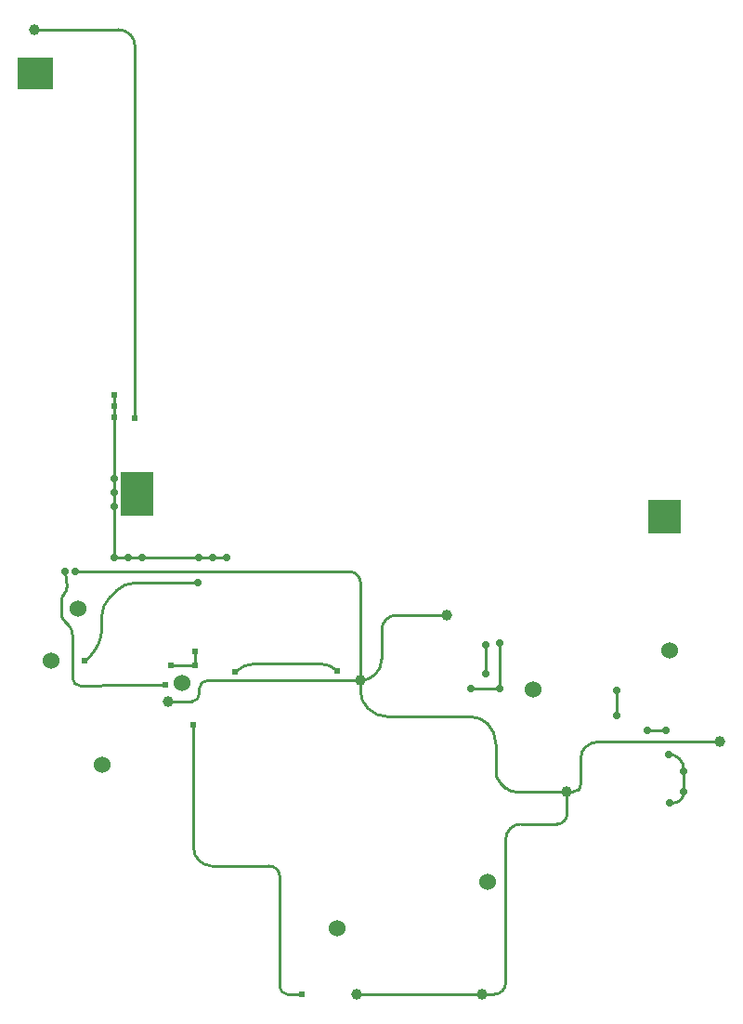
<source format=gbl>
G04 Layer: BottomLayer*
G04 EasyEDA v6.4.25, 2021-10-22T16:38:50--7:00*
G04 a8c8939794724f679426a10ff434762e,1286d1f709c949e68cfeef46812bcf49,10*
G04 Gerber Generator version 0.2*
G04 Scale: 100 percent, Rotated: No, Reflected: No *
G04 Dimensions in millimeters *
G04 leading zeros omitted , absolute positions ,4 integer and 5 decimal *
%FSLAX45Y45*%
%MOMM*%

%ADD12C,0.2500*%
%ADD13C,1.0000*%
%ADD14C,0.7000*%
%ADD15C,0.6096*%
%ADD20C,1.5240*%
%ADD23R,3.2000X3.0000*%

%LPD*%
D12*
X2552700Y3177684D02*
G01*
X2552700Y3439210D01*
X3746500Y3022600D02*
G01*
X3746500Y2794000D01*
X2679700Y3454400D02*
G01*
X2679700Y3035300D01*
X2413000Y3035300D02*
G01*
X2679700Y3035300D01*
X-1051283Y3342916D02*
G01*
X-1104900Y3289300D01*
X-952500Y3689537D02*
G01*
X-952500Y3581400D01*
X-821141Y3928658D02*
G01*
X-876300Y3873500D01*
X-76200Y4000500D02*
G01*
X-647700Y4000500D01*
X749300Y3263900D02*
G01*
X1040498Y3263900D01*
X-1270000Y3960113D02*
G01*
X-1282700Y4102100D01*
X-1302839Y3891460D02*
G01*
X-1295400Y3898900D01*
X-1320800Y3718920D02*
G01*
X-1320800Y3848100D01*
X-1255120Y3617320D02*
G01*
X-1295400Y3657600D01*
X-1219200Y3454400D02*
G01*
X-1219200Y3530600D01*
X-1219200Y3136900D02*
G01*
X-1219200Y3454400D01*
X-952500Y3060700D02*
G01*
X-1143000Y3060700D01*
X-101600Y3378200D02*
G01*
X-101600Y3251200D01*
X-101600Y3251200D02*
G01*
X-317500Y3251200D01*
X736600Y254000D02*
G01*
X876300Y254000D01*
X673100Y1320800D02*
G01*
X673100Y317500D01*
X50800Y1422400D02*
G01*
X571500Y1422400D01*
X-114300Y2705100D02*
G01*
X-114300Y1587500D01*
X-838200Y5613400D02*
G01*
X-838200Y5715000D01*
X-838200Y5511800D02*
G01*
X-838200Y5613400D01*
X-838200Y4953000D02*
G01*
X-838200Y5511800D01*
X-368300Y3073400D02*
G01*
X-939800Y3073400D01*
X63500Y4229100D02*
G01*
X190500Y4229100D01*
X-63500Y4229100D02*
G01*
X63500Y4229100D01*
X-584200Y4229100D02*
G01*
X-63500Y4229100D01*
X-711200Y4229100D02*
G01*
X-584200Y4229100D01*
X-838200Y4229100D02*
G01*
X-711200Y4229100D01*
X-838200Y4699000D02*
G01*
X-838200Y4229100D01*
X1308100Y4102100D02*
G01*
X-1193800Y4102100D01*
X4254500Y1993900D02*
G01*
X4229100Y1993900D01*
X4356100Y2286000D02*
G01*
X4356100Y2095500D01*
X4356100Y2298700D02*
G01*
X4356100Y2286000D01*
X4191000Y2654300D02*
G01*
X4025900Y2654300D01*
X-838200Y4826000D02*
G01*
X-838200Y4699000D01*
X-838200Y4953000D02*
G01*
X-838200Y4826000D01*
X1406636Y3111507D02*
G01*
X1406636Y3018198D01*
X1657162Y2781300D02*
G01*
X1854200Y2781300D01*
X1854200Y2781300D02*
G01*
X2412098Y2781300D01*
X2641600Y2533837D02*
G01*
X2641600Y2273300D01*
X2677520Y2186579D02*
G01*
X2730500Y2133600D01*
X2822481Y2095500D02*
G01*
X3289300Y2095500D01*
X3289300Y2095500D02*
G01*
X3340100Y2095500D01*
X3383460Y2113460D02*
G01*
X3403600Y2133600D01*
X3416300Y2164260D02*
G01*
X3416300Y2235200D01*
X3416300Y2235200D02*
G01*
X3416300Y2409918D01*
X3577752Y2552994D02*
G01*
X4685990Y2552994D01*
X-349125Y2921000D02*
G01*
X-203200Y2921000D01*
X-203200Y2921000D02*
G01*
X-139700Y2921000D01*
X1406629Y3111500D02*
G01*
X88900Y3111500D01*
X88900Y3111500D02*
G01*
X12700Y3111500D01*
X-63500Y3035300D02*
G01*
X-63500Y2984500D01*
X-127000Y2921000D02*
G01*
X-139700Y2921000D01*
X-1562100Y9042400D02*
G01*
X-800100Y9042400D01*
X-647700Y8890000D02*
G01*
X-647700Y8636000D01*
X1406636Y4003563D02*
G01*
X1406636Y3111507D01*
X3289300Y2095500D02*
G01*
X3289300Y1892300D01*
X3200400Y1803400D02*
G01*
X2870200Y1803400D01*
X2730500Y1663700D02*
G01*
X2730500Y355600D01*
X2628900Y254000D02*
G01*
X2514600Y254000D01*
X1600200Y3305070D02*
G01*
X1600200Y3568700D01*
X1739900Y3708400D02*
G01*
X2197100Y3708400D01*
X2514600Y254000D02*
G01*
X1371600Y254000D01*
X-647700Y8636000D02*
G01*
X-647700Y5499100D01*
X446676Y3263900D02*
G01*
X749300Y3263900D01*
G75*
G01*
X-952500Y3581400D02*
G02*
X-1051283Y3342917I-337266J0D01*
G75*
G01*
X-876300Y3873500D02*
G03*
X-952500Y3689538I183962J-183963D01*
G75*
G01*
X-647700Y4000500D02*
G03*
X-821141Y3928659I0J-245285D01*
G75*
G01*
X1040498Y3263900D02*
G02*
X1193800Y3200400I0J-216802D01*
G75*
G01*
X262715Y3187700D02*
G02*
X446677Y3263900I183962J-183962D01*
G75*
G01*
X-1295400Y3898900D02*
G03*
X-1270000Y3960221I-61321J61321D01*
G75*
G01*
X-1320800Y3848100D02*
G02*
X-1302840Y3891460I61321J0D01*
G75*
G01*
X-1295400Y3657600D02*
G02*
X-1320800Y3718921I61321J61321D01*
G75*
G01*
X-1219200Y3530600D02*
G03*
X-1255121Y3617321I-122641J0D01*
G75*
G01*
X-1143000Y3060700D02*
G02*
X-1219200Y3136900I0J76200D01*
G75*
G01*
X-939800Y3073400D02*
G02*
X-952500Y3060700I-12700J0D01*
G75*
G01*
X673100Y317500D02*
G03*
X736600Y254000I63500J0D01*
G75*
G01*
X571500Y1422400D02*
G02*
X673100Y1320800I0J-101600D01*
G75*
G01*
X-114300Y1587500D02*
G03*
X50800Y1422400I165100J0D01*
G75*
G01*
X1406637Y4003563D02*
G03*
X1308100Y4102100I-98537J0D01*
G75*
G01*
X4356100Y2095500D02*
G02*
X4254500Y1993900I-101600J0D01*
G75*
G01*
X4216400Y2438400D02*
G02*
X4356100Y2298700I0J-139700D01*
G75*
G01*
X1406637Y3018198D02*
G03*
X1473200Y2857500I227261J0D01*
G75*
G01*
X1473200Y2857500D02*
G03*
X1657162Y2781300I183963J183962D01*
G75*
G01*
X2412098Y2781300D02*
G02*
X2565400Y2717800I0J-216802D01*
G75*
G01*
X2565400Y2717800D02*
G02*
X2641600Y2533838I-183962J-183963D01*
G75*
G01*
X2641600Y2273300D02*
G03*
X2677521Y2186579I122641J0D01*
G75*
G01*
X2730500Y2133600D02*
G03*
X2822481Y2095500I91981J91981D01*
G75*
G01*
X3340100Y2095500D02*
G03*
X3383460Y2113460I0J61321D01*
G75*
G01*
X3403600Y2133600D02*
G03*
X3416300Y2164260I-30660J30660D01*
G75*
G01*
X3416300Y2409919D02*
G02*
X3454400Y2501900I130081J0D01*
G75*
G01*
X3454400Y2501900D02*
G02*
X3577753Y2552995I123353J-123353D01*
G75*
G01*
X-351013Y2919113D02*
G02*
X-349126Y2921000I1887J0D01*
G75*
G01*
X1406637Y3111508D02*
G02*
X1406629Y3111500I-8J0D01*
G75*
G01*
X12700Y3111500D02*
G03*
X-63500Y3035300I0J-76200D01*
G75*
G01*
X-63500Y2984500D02*
G02*
X-127000Y2921000I-63500J0D01*
G75*
G01*
X-800100Y9042400D02*
G02*
X-647700Y8890000I0J-152400D01*
G75*
G01*
X3289300Y1892300D02*
G02*
X3200400Y1803400I-88900J0D01*
G75*
G01*
X2870200Y1803400D02*
G03*
X2730500Y1663700I0J-139700D01*
G75*
G01*
X2730500Y355600D02*
G02*
X2628900Y254000I-101600J0D01*
G75*
G01*
X1406637Y3111508D02*
G03*
X1600200Y3305071I0J193563D01*
G75*
G01*
X1600200Y3568700D02*
G02*
X1739900Y3708400I139700J0D01*
D20*
G01*
X1189989Y856995D03*
G01*
X2564002Y1275003D03*
G01*
X2980994Y3032988D03*
G01*
X4220997Y3388995D03*
G01*
X-946988Y2341981D03*
G01*
X-218998Y3088995D03*
G01*
X-1410004Y3292982D03*
G01*
X-1164996Y3764991D03*
G36*
X4027998Y4752982D02*
G01*
X4327997Y4752982D01*
X4327997Y4452983D01*
X4027998Y4452983D01*
G37*
G36*
X-780000Y5013990D02*
G01*
X-480001Y5013990D01*
X-480001Y4613991D01*
X-780000Y4613991D01*
G37*
D23*
G01*
X-1557985Y8641969D03*
D13*
G01*
X1406626Y3111500D03*
G01*
X3289300Y2095500D03*
G01*
X4685995Y2553004D03*
G01*
X-351002Y2919120D03*
G01*
X-1562100Y9042400D03*
G01*
X2514600Y254000D03*
G01*
X1371600Y254000D03*
G01*
X2197100Y3708400D03*
D14*
G01*
X-838200Y4953000D03*
G01*
X-838200Y4826000D03*
G01*
X-838200Y4699000D03*
G01*
X4216400Y2438400D03*
G01*
X4356100Y2286000D03*
G01*
X4191000Y2654300D03*
G01*
X4025900Y2654300D03*
G01*
X4356100Y2095500D03*
G01*
X4229100Y1993900D03*
G01*
X-1193800Y4102100D03*
D15*
G01*
X-647700Y5499100D03*
D14*
G01*
X-838200Y4229100D03*
G01*
X-711200Y4229100D03*
G01*
X-584200Y4229100D03*
G01*
X-63500Y4229100D03*
G01*
X63500Y4229100D03*
G01*
X190500Y4229100D03*
D15*
G01*
X-101600Y3251200D03*
G01*
X-101600Y3378200D03*
G01*
X-317500Y3251200D03*
G01*
X-114300Y2705100D03*
D14*
G01*
X-1282700Y4102100D03*
D15*
G01*
X-368300Y3073400D03*
G01*
X-838200Y5511800D03*
G01*
X-838200Y5613400D03*
G01*
X-838200Y5715000D03*
G01*
X876300Y254000D03*
G01*
X-1104900Y3289300D03*
D14*
G01*
X-76200Y4000500D03*
D15*
G01*
X1193800Y3200400D03*
G01*
X262712Y3187700D03*
D14*
G01*
X2413000Y3035300D03*
G01*
X2679700Y3035300D03*
G01*
X2679700Y3454400D03*
G01*
X3746500Y2794000D03*
G01*
X3746500Y3022600D03*
G01*
X2552700Y3177692D03*
G01*
X2552700Y3439210D03*
M02*

</source>
